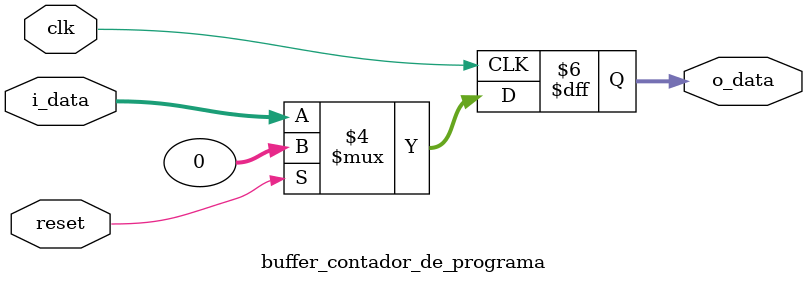
<source format=v>

`timescale 1ns / 1ns

module buffer_contador_de_programa(
	input wire clk,
	input wire reset,
    input wire [31:0] i_data,
	output reg [31:0] o_data
);

always @(posedge clk) begin
	
	if(reset == 1'b1)
		begin
			o_data = 32'b00000000000000000000000000000000;
		end
	else
		begin
		o_data = i_data;
		end
end

endmodule
</source>
